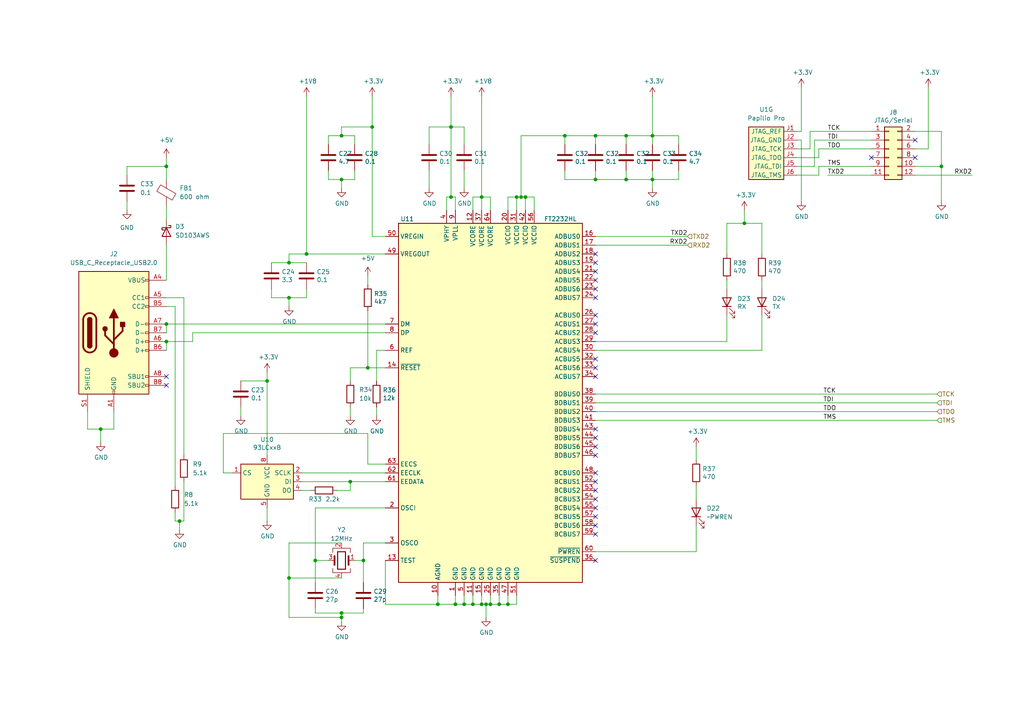
<source format=kicad_sch>
(kicad_sch (version 20230121) (generator eeschema)
  (paper "A4")
  (title_block (title "FPGA JTAG Programmer") (date "2022-06-22") (rev "V1.0") (company "Physics Department, University of Otago") (comment 1 "730 Cumberland Street, Dunedin 9016") (comment 2 "New Zealand") (comment 3 "©Phill Brown 2022") (comment 4 "New Zealand") (comment 5 "©Phill Brown 2022"))
  (lib_symbols
    (symbol "Connector:USB_C_Receptacle_USB2.0" (pin_names (offset 1.016))
      (property "Reference" "J" (at -10.16 19.05 0))
      (property "Value" "USB_C_Receptacle_USB2.0" (at 19.05 19.05 0))
      (symbol "USB_C_Receptacle_USB2.0_1_1"
        (pin passive line (at 0 -22.86 90) (length 5.08) (name "GND") (number "A1"))
        (pin passive line (at 0 -22.86 90) (length 5.08) hide (name "GND") (number "A12"))
        (pin passive line (at 15.24 15.24 180) (length 5.08) (name "VBUS") (number "A4"))
        (pin bidirectional line (at 15.24 10.16 180) (length 5.08) (name "CC1") (number "A5"))
        (pin bidirectional line (at 15.24 -2.54 180) (length 5.08) (name "D+") (number "A6"))
        (pin bidirectional line (at 15.24 2.54 180) (length 5.08) (name "D-") (number "A7"))
        (pin bidirectional line (at 15.24 -12.7 180) (length 5.08) (name "SBU1") (number "A8"))
        (pin passive line (at 15.24 15.24 180) (length 5.08) hide (name "VBUS") (number "A9"))
        (pin passive line (at 0 -22.86 90) (length 5.08) hide (name "GND") (number "B1"))
        (pin passive line (at 0 -22.86 90) (length 5.08) hide (name "GND") (number "B12"))
        (pin passive line (at 15.24 15.24 180) (length 5.08) hide (name "VBUS") (number "B4"))
        (pin bidirectional line (at 15.24 7.62 180) (length 5.08) (name "CC2") (number "B5"))
        (pin bidirectional line (at 15.24 -5.08 180) (length 5.08) (name "D+") (number "B6"))
        (pin bidirectional line (at 15.24 0 180) (length 5.08) (name "D-") (number "B7"))
        (pin bidirectional line (at 15.24 -15.24 180) (length 5.08) (name "SBU2") (number "B8"))
        (pin passive line (at 15.24 15.24 180) (length 5.08) hide (name "VBUS") (number "B9"))
        (pin passive line (at -7.62 -22.86 90) (length 5.08) (name "SHIELD") (number "S1"))
      )
    )
    (symbol "Connector_Generic:Conn_02x06_Odd_Even" (pin_names (offset 1.016) hide)
      (property "Reference" "J" (at 1.27 7.62 0))
      (property "Value" "Conn_02x06_Odd_Even" (at 1.27 -10.16 0))
      (symbol "Conn_02x06_Odd_Even_1_1"
        (pin passive line (at -5.08 5.08 0) (length 3.81) (name "Pin_1") (number "1"))
        (pin passive line (at 7.62 -5.08 180) (length 3.81) (name "Pin_10") (number "10"))
        (pin passive line (at -5.08 -7.62 0) (length 3.81) (name "Pin_11") (number "11"))
        (pin passive line (at 7.62 -7.62 180) (length 3.81) (name "Pin_12") (number "12"))
        (pin passive line (at 7.62 5.08 180) (length 3.81) (name "Pin_2") (number "2"))
        (pin passive line (at -5.08 2.54 0) (length 3.81) (name "Pin_3") (number "3"))
        (pin passive line (at 7.62 2.54 180) (length 3.81) (name "Pin_4") (number "4"))
        (pin passive line (at -5.08 0 0) (length 3.81) (name "Pin_5") (number "5"))
        (pin passive line (at 7.62 0 180) (length 3.81) (name "Pin_6") (number "6"))
        (pin passive line (at -5.08 -2.54 0) (length 3.81) (name "Pin_7") (number "7"))
        (pin passive line (at 7.62 -2.54 180) (length 3.81) (name "Pin_8") (number "8"))
        (pin passive line (at -5.08 -5.08 0) (length 3.81) (name "Pin_9") (number "9"))
      )
    )
    (symbol "Device:C" (pin_numbers hide) (pin_names (offset 0.254))
      (property "Reference" "C" (at 0.635 2.54 0))
      (property "Value" "C" (at 0.635 -2.54 0))
      (symbol "C_1_1"
        (pin passive line (at 0 3.81 270) (length 2.794) (name "~") (number "1"))
        (pin passive line (at 0 -3.81 90) (length 2.794) (name "~") (number "2"))
      )
    )
    (symbol "Device:Crystal_GND24" (pin_names (offset 1.016) hide)
      (property "Reference" "Y" (at 3.175 5.08 0))
      (property "Value" "Crystal_GND24" (at 3.175 3.175 0))
      (symbol "Crystal_GND24_1_1"
        (pin passive line (at -3.81 0 0) (length 1.27) (name "1") (number "1"))
        (pin passive line (at 0 5.08 270) (length 1.27) (name "2") (number "2"))
        (pin passive line (at 3.81 0 180) (length 1.27) (name "3") (number "3"))
        (pin passive line (at 0 -5.08 90) (length 1.27) (name "4") (number "4"))
      )
    )
    (symbol "Device:D_Schottky" (pin_numbers hide) (pin_names (offset 1.016) hide)
      (property "Reference" "D" (at 0 2.54 0))
      (property "Value" "D_Schottky" (at 0 -2.54 0))
      (symbol "D_Schottky_1_1"
        (pin passive line (at -3.81 0 0) (length 2.54) (name "K") (number "1"))
        (pin passive line (at 3.81 0 180) (length 2.54) (name "A") (number "2"))
      )
    )
    (symbol "Device:FerriteBead" (pin_numbers hide) (pin_names (offset 0))
      (property "Reference" "FB" (at -3.81 0.635 90))
      (property "Value" "FerriteBead" (at 3.81 0 90))
      (symbol "FerriteBead_1_1"
        (pin passive line (at 0 3.81 270) (length 2.54) (name "~") (number "1"))
        (pin passive line (at 0 -3.81 90) (length 2.54) (name "~") (number "2"))
      )
    )
    (symbol "Device:LED" (pin_numbers hide) (pin_names (offset 1.016) hide)
      (property "Reference" "D" (at 0 2.54 0))
      (property "Value" "LED" (at 0 -2.54 0))
      (symbol "LED_1_1"
        (pin passive line (at -3.81 0 0) (length 2.54) (name "K") (number "1"))
        (pin passive line (at 3.81 0 180) (length 2.54) (name "A") (number "2"))
      )
    )
    (symbol "Device:R" (pin_numbers hide) (pin_names (offset 0))
      (property "Reference" "R" (at 2.032 0 90))
      (property "Value" "R" (at 0 0 90))
      (symbol "R_1_1"
        (pin passive line (at 0 3.81 270) (length 1.27) (name "~") (number "1"))
        (pin passive line (at 0 -3.81 90) (length 1.27) (name "~") (number "2"))
      )
    )
    (symbol "Interface_USB:FT2232HL"
      (property "Reference" "U" (at -26.67 53.34 0))
      (property "Value" "FT2232HL" (at 19.05 53.34 0))
      (symbol "FT2232HL_1_1"
        (pin power_in line (at -10.16 -55.88 90) (length 3.81) (name "GND") (number "1"))
        (pin power_in line (at -15.24 -55.88 90) (length 3.81) (name "AGND") (number "10"))
        (pin power_in line (at -5.08 -55.88 90) (length 3.81) (name "GND") (number "11"))
        (pin power_in line (at -5.08 55.88 270) (length 3.81) (name "VCORE") (number "12"))
        (pin input line (at -30.48 -45.72 0) (length 3.81) (name "TEST") (number "13"))
        (pin input line (at -30.48 10.16 0) (length 3.81) (name "~{RESET}") (number "14"))
        (pin power_in line (at -2.54 -55.88 90) (length 3.81) (name "GND") (number "15"))
        (pin bidirectional line (at 30.48 48.26 180) (length 3.81) (name "ADBUS0") (number "16"))
        (pin bidirectional line (at 30.48 45.72 180) (length 3.81) (name "ADBUS1") (number "17"))
        (pin bidirectional line (at 30.48 43.18 180) (length 3.81) (name "ADBUS2") (number "18"))
        (pin bidirectional line (at 30.48 40.64 180) (length 3.81) (name "ADBUS3") (number "19"))
        (pin input line (at -30.48 -30.48 0) (length 3.81) (name "OSCI") (number "2"))
        (pin power_in line (at 5.08 55.88 270) (length 3.81) (name "VCCIO") (number "20"))
        (pin bidirectional line (at 30.48 38.1 180) (length 3.81) (name "ADBUS4") (number "21"))
        (pin bidirectional line (at 30.48 35.56 180) (length 3.81) (name "ADBUS5") (number "22"))
        (pin bidirectional line (at 30.48 33.02 180) (length 3.81) (name "ADBUS6") (number "23"))
        (pin bidirectional line (at 30.48 30.48 180) (length 3.81) (name "ADBUS7") (number "24"))
        (pin power_in line (at 0 -55.88 90) (length 3.81) (name "GND") (number "25"))
        (pin bidirectional line (at 30.48 25.4 180) (length 3.81) (name "ACBUS0") (number "26"))
        (pin bidirectional line (at 30.48 22.86 180) (length 3.81) (name "ACBUS1") (number "27"))
        (pin bidirectional line (at 30.48 20.32 180) (length 3.81) (name "ACBUS2") (number "28"))
        (pin bidirectional line (at 30.48 17.78 180) (length 3.81) (name "ACBUS3") (number "29"))
        (pin output line (at -30.48 -40.64 0) (length 3.81) (name "OSCO") (number "3"))
        (pin bidirectional line (at 30.48 15.24 180) (length 3.81) (name "ACBUS4") (number "30"))
        (pin power_in line (at 7.62 55.88 270) (length 3.81) (name "VCCIO") (number "31"))
        (pin bidirectional line (at 30.48 12.7 180) (length 3.81) (name "ACBUS5") (number "32"))
        (pin bidirectional line (at 30.48 10.16 180) (length 3.81) (name "ACBUS6") (number "33"))
        (pin bidirectional line (at 30.48 7.62 180) (length 3.81) (name "ACBUS7") (number "34"))
        (pin power_in line (at 2.54 -55.88 90) (length 3.81) (name "GND") (number "35"))
        (pin output line (at 30.48 -45.72 180) (length 3.81) (name "~{SUSPEND}") (number "36"))
        (pin power_in line (at -2.54 55.88 270) (length 3.81) (name "VCORE") (number "37"))
        (pin bidirectional line (at 30.48 2.54 180) (length 3.81) (name "BDBUS0") (number "38"))
        (pin bidirectional line (at 30.48 0 180) (length 3.81) (name "BDBUS1") (number "39"))
        (pin power_in line (at -12.7 55.88 270) (length 3.81) (name "VPHY") (number "4"))
        (pin bidirectional line (at 30.48 -2.54 180) (length 3.81) (name "BDBUS2") (number "40"))
        (pin bidirectional line (at 30.48 -5.08 180) (length 3.81) (name "BDBUS3") (number "41"))
        (pin power_in line (at 10.16 55.88 270) (length 3.81) (name "VCCIO") (number "42"))
        (pin bidirectional line (at 30.48 -7.62 180) (length 3.81) (name "BDBUS4") (number "43"))
        (pin bidirectional line (at 30.48 -10.16 180) (length 3.81) (name "BDBUS5") (number "44"))
        (pin bidirectional line (at 30.48 -12.7 180) (length 3.81) (name "BDBUS6") (number "45"))
        (pin bidirectional line (at 30.48 -15.24 180) (length 3.81) (name "BDBUS7") (number "46"))
        (pin power_in line (at 5.08 -55.88 90) (length 3.81) (name "GND") (number "47"))
        (pin bidirectional line (at 30.48 -20.32 180) (length 3.81) (name "BCBUS0") (number "48"))
        (pin power_out line (at -30.48 43.18 0) (length 3.81) (name "VREGOUT") (number "49"))
        (pin power_in line (at -7.62 -55.88 90) (length 3.81) (name "GND") (number "5"))
        (pin power_in line (at -30.48 48.26 0) (length 3.81) (name "VREGIN") (number "50"))
        (pin power_in line (at 7.62 -55.88 90) (length 3.81) (name "GND") (number "51"))
        (pin bidirectional line (at 30.48 -22.86 180) (length 3.81) (name "BCBUS1") (number "52"))
        (pin bidirectional line (at 30.48 -25.4 180) (length 3.81) (name "BCBUS2") (number "53"))
        (pin bidirectional line (at 30.48 -27.94 180) (length 3.81) (name "BCBUS3") (number "54"))
        (pin bidirectional line (at 30.48 -30.48 180) (length 3.81) (name "BCBUS4") (number "55"))
        (pin power_in line (at 12.7 55.88 270) (length 3.81) (name "VCCIO") (number "56"))
        (pin bidirectional line (at 30.48 -33.02 180) (length 3.81) (name "BCBUS5") (number "57"))
        (pin bidirectional line (at 30.48 -35.56 180) (length 3.81) (name "BCBUS6") (number "58"))
        (pin bidirectional line (at 30.48 -38.1 180) (length 3.81) (name "BCBUS7") (number "59"))
        (pin output line (at -30.48 15.24 0) (length 3.81) (name "REF") (number "6"))
        (pin output line (at 30.48 -43.18 180) (length 3.81) (name "~{PWREN}") (number "60"))
        (pin bidirectional line (at -30.48 -22.86 0) (length 3.81) (name "EEDATA") (number "61"))
        (pin output line (at -30.48 -20.32 0) (length 3.81) (name "EECLK") (number "62"))
        (pin output line (at -30.48 -17.78 0) (length 3.81) (name "EECS") (number "63"))
        (pin power_in line (at 0 55.88 270) (length 3.81) (name "VCORE") (number "64"))
        (pin bidirectional line (at -30.48 22.86 0) (length 3.81) (name "DM") (number "7"))
        (pin bidirectional line (at -30.48 20.32 0) (length 3.81) (name "DP") (number "8"))
        (pin input line (at -10.16 55.88 270) (length 3.81) (name "VPLL") (number "9"))
      )
    )
    (symbol "Memory_EEPROM:93LCxxB"
      (property "Reference" "U" (at -7.62 6.35 0))
      (property "Value" "93LCxxB" (at 2.54 -6.35 0))
      (symbol "93LCxxB_1_1"
        (pin input line (at -10.16 2.54 0) (length 2.54) (name "CS") (number "1"))
        (pin input line (at 10.16 2.54 180) (length 2.54) (name "SCLK") (number "2"))
        (pin input line (at 10.16 0 180) (length 2.54) (name "DI") (number "3"))
        (pin tri_state line (at 10.16 -2.54 180) (length 2.54) (name "DO") (number "4"))
        (pin power_in line (at 0 -7.62 90) (length 2.54) (name "GND") (number "5"))
        (pin no_connect line (at -7.62 0 0) (length 2.54) hide (name "NC") (number "6"))
        (pin no_connect line (at -7.62 -2.54 0) (length 2.54) hide (name "NC") (number "7"))
        (pin power_in line (at 0 7.62 270) (length 2.54) (name "VCC") (number "8"))
      )
    )
    (symbol "Papilio_Pro:Papilio_Pro" (in_bom no)
      (property "Reference" "U" (at -1.27 21.59 0))
      (property "Value" "Papilio Pro" (at -1.27 -21.59 0))
      (symbol "Papilio_Pro_1_1"
        (pin passive line (at 5.08 3.81 180) (length 3.81) (name "GND") (number "1"))
        (pin passive line (at 5.08 1.27 180) (length 3.81) (name "2V5") (number "2"))
        (pin passive line (at 5.08 -1.27 180) (length 3.81) (name "3V3") (number "3"))
        (pin passive line (at 5.08 -3.81 180) (length 3.81) (name "Vin") (number "4"))
      )
      (symbol "Papilio_Pro_2_1"
        (pin passive line (at 5.08 3.81 180) (length 3.81) (name "GND") (number "11"))
        (pin passive line (at 5.08 1.27 180) (length 3.81) (name "2V5") (number "12"))
        (pin passive line (at 5.08 -1.27 180) (length 3.81) (name "3V3") (number "13"))
        (pin passive line (at 5.08 -3.81 180) (length 3.81) (name "Vin") (number "14"))
      )
      (symbol "Papilio_Pro_3_1"
        (pin passive line (at 5.08 3.81 180) (length 3.81) (name "GND") (number "21"))
        (pin passive line (at 5.08 1.27 180) (length 3.81) (name "2V5") (number "22"))
        (pin passive line (at 5.08 -1.27 180) (length 3.81) (name "3V3") (number "23"))
        (pin passive line (at 5.08 -3.81 180) (length 3.81) (name "Vin") (number "24"))
      )
      (symbol "Papilio_Pro_4_1"
        (pin passive line (at 5.08 3.81 180) (length 3.81) (name "GND") (number "31"))
        (pin passive line (at 5.08 1.27 180) (length 3.81) (name "2V5") (number "32"))
        (pin passive line (at 5.08 -1.27 180) (length 3.81) (name "3V3") (number "33"))
        (pin passive line (at 5.08 -3.81 180) (length 3.81) (name "Vin") (number "34"))
      )
      (symbol "Papilio_Pro_5_1"
        (pin passive line (at 5.08 3.81 180) (length 3.81) (name "GND") (number "41"))
        (pin passive line (at 5.08 1.27 180) (length 3.81) (name "2V5") (number "42"))
        (pin passive line (at 5.08 -1.27 180) (length 3.81) (name "3V3") (number "43"))
        (pin passive line (at 5.08 -3.81 180) (length 3.81) (name "Vin") (number "44"))
      )
      (symbol "Papilio_Pro_6_1"
        (pin passive line (at 5.08 3.81 180) (length 3.81) (name "GND") (number "51"))
        (pin passive line (at 5.08 1.27 180) (length 3.81) (name "2V5") (number "52"))
        (pin passive line (at 5.08 -1.27 180) (length 3.81) (name "3V3") (number "53"))
        (pin passive line (at 5.08 -3.81 180) (length 3.81) (name "Vin") (number "54"))
      )
      (symbol "Papilio_Pro_7_1"
        (pin passive line (at 5.08 6.35 180) (length 3.81) (name "JTAG_REF") (number "J1"))
        (pin passive line (at 5.08 3.81 180) (length 3.81) (name "JTAG_GND") (number "J2"))
        (pin passive line (at 5.08 1.27 180) (length 3.81) (name "JTAG_TCK") (number "J3"))
        (pin passive line (at 5.08 -1.27 180) (length 3.81) (name "JTAG_TDO") (number "J4"))
        (pin passive line (at 5.08 -3.81 180) (length 3.81) (name "JTAG_TDI") (number "J5"))
        (pin passive line (at 5.08 -6.35 180) (length 3.81) (name "JTAG_TMS") (number "J6"))
      )
      (symbol "Papilio_Pro_8_1"
        (pin bidirectional line (at 5.08 19.05 180) (length 3.81) (name "A0") (number "A0"))
        (pin bidirectional line (at 5.08 16.51 180) (length 3.81) (name "A1") (number "A1"))
        (pin bidirectional line (at 5.08 -6.35 180) (length 3.81) (name "A10") (number "A10"))
        (pin bidirectional line (at 5.08 -8.89 180) (length 3.81) (name "A11") (number "A11"))
        (pin bidirectional line (at 5.08 -11.43 180) (length 3.81) (name "A12") (number "A12"))
        (pin bidirectional line (at 5.08 -13.97 180) (length 3.81) (name "A13") (number "A13"))
        (pin bidirectional line (at 5.08 -16.51 180) (length 3.81) (name "A14") (number "A14"))
        (pin bidirectional line (at 5.08 -19.05 180) (length 3.81) (name "A15") (number "A15"))
        (pin bidirectional line (at 5.08 13.97 180) (length 3.81) (name "A2") (number "A2"))
        (pin bidirectional line (at 5.08 11.43 180) (length 3.81) (name "A3") (number "A3"))
        (pin bidirectional line (at 5.08 8.89 180) (length 3.81) (name "A4") (number "A4"))
        (pin bidirectional line (at 5.08 6.35 180) (length 3.81) (name "A5") (number "A5"))
        (pin bidirectional line (at 5.08 3.81 180) (length 3.81) (name "A6") (number "A6"))
        (pin bidirectional line (at 5.08 1.27 180) (length 3.81) (name "A7") (number "A7"))
        (pin bidirectional line (at 5.08 -1.27 180) (length 3.81) (name "A8") (number "A8"))
        (pin bidirectional line (at 5.08 -3.81 180) (length 3.81) (name "A9") (number "A9"))
      )
      (symbol "Papilio_Pro_9_1"
        (pin bidirectional line (at 5.08 19.05 180) (length 3.81) (name "B0") (number "B0"))
        (pin bidirectional line (at 5.08 16.51 180) (length 3.81) (name "B1") (number "B1"))
        (pin bidirectional line (at 5.08 -6.35 180) (length 3.81) (name "B10") (number "B10"))
        (pin bidirectional line (at 5.08 -8.89 180) (length 3.81) (name "B11") (number "B11"))
        (pin bidirectional line (at 5.08 -11.43 180) (length 3.81) (name "B12") (number "B12"))
        (pin bidirectional line (at 5.08 -13.97 180) (length 3.81) (name "B13") (number "B13"))
        (pin bidirectional line (at 5.08 -16.51 180) (length 3.81) (name "B14") (number "B14"))
        (pin bidirectional line (at 5.08 -19.05 180) (length 3.81) (name "B15") (number "B15"))
        (pin bidirectional line (at 5.08 13.97 180) (length 3.81) (name "B2") (number "B2"))
        (pin bidirectional line (at 5.08 11.43 180) (length 3.81) (name "B3") (number "B3"))
        (pin bidirectional line (at 5.08 8.89 180) (length 3.81) (name "B4") (number "B4"))
        (pin bidirectional line (at 5.08 6.35 180) (length 3.81) (name "B5") (number "B5"))
        (pin bidirectional line (at 5.08 3.81 180) (length 3.81) (name "B6") (number "B6"))
        (pin bidirectional line (at 5.08 1.27 180) (length 3.81) (name "B7") (number "B7"))
        (pin bidirectional line (at 5.08 -1.27 180) (length 3.81) (name "B8") (number "B8"))
        (pin bidirectional line (at 5.08 -3.81 180) (length 3.81) (name "B9") (number "B9"))
      )
      (symbol "Papilio_Pro_10_1"
        (pin bidirectional line (at 5.08 19.05 180) (length 3.81) (name "C0") (number "C0"))
        (pin bidirectional line (at 5.08 16.51 180) (length 3.81) (name "C1") (number "C1"))
        (pin bidirectional line (at 5.08 -6.35 180) (length 3.81) (name "C10") (number "C10"))
        (pin bidirectional line (at 5.08 -8.89 180) (length 3.81) (name "C11") (number "C11"))
        (pin bidirectional line (at 5.08 -11.43 180) (length 3.81) (name "C12") (number "C12"))
        (pin bidirectional line (at 5.08 -13.97 180) (length 3.81) (name "C13") (number "C13"))
        (pin bidirectional line (at 5.08 -16.51 180) (length 3.81) (name "C14") (number "C14"))
        (pin bidirectional line (at 5.08 -19.05 180) (length 3.81) (name "C15") (number "C15"))
        (pin bidirectional line (at 5.08 13.97 180) (length 3.81) (name "C2") (number "C2"))
        (pin bidirectional line (at 5.08 11.43 180) (length 3.81) (name "C3") (number "C3"))
        (pin bidirectional line (at 5.08 8.89 180) (length 3.81) (name "C4") (number "C4"))
        (pin bidirectional line (at 5.08 6.35 180) (length 3.81) (name "C5") (number "C5"))
        (pin bidirectional line (at 5.08 3.81 180) (length 3.81) (name "C6") (number "C6"))
        (pin bidirectional line (at 5.08 1.27 180) (length 3.81) (name "C7") (number "C7"))
        (pin bidirectional line (at 5.08 -1.27 180) (length 3.81) (name "C8") (number "C8"))
        (pin bidirectional line (at 5.08 -3.81 180) (length 3.81) (name "C9") (number "C9"))
      )
    )
    (symbol "power:+1V8" (power) (pin_names (offset 0))
      (property "Value" "+1V8" (at 0 3.556 0))
      (symbol "+1V8_1_1"
        (pin power_in line (at 0 0 90) (length 0) hide (name "+1V8") (number "1"))
      )
    )
    (symbol "power:+3.3V" (power) (pin_names (offset 0))
      (property "Value" "+3.3V" (at 0 3.556 0))
      (symbol "+3.3V_1_1"
        (pin power_in line (at 0 0 90) (length 0) hide (name "+3.3V") (number "1"))
      )
    )
    (symbol "power:+5V" (power) (pin_names (offset 0))
      (property "Value" "+5V" (at 0 3.556 0))
      (symbol "+5V_1_1"
        (pin power_in line (at 0 0 90) (length 0) hide (name "+5V") (number "1"))
      )
    )
    (symbol "power:GND" (power) (pin_names (offset 0))
      (property "Value" "GND" (at 0 -3.81 0))
      (symbol "GND_1_1"
        (pin power_in line (at 0 0 270) (length 0) hide (name "GND") (number "1"))
      )
    )
  )
  (junction (at 127 175.26))
  (junction (at 134.62 175.26))
  (junction (at 105.41 162.56))
  (junction (at 107.95 36.83))
  (junction (at 132.08 175.26))
  (junction (at 99.06 179.07))
  (junction (at 144.78 175.26))
  (junction (at 147.32 175.26))
  (junction (at 189.23 39.37))
  (junction (at 215.9 64.77))
  (junction (at 149.86 57.15))
  (junction (at 139.7 175.26))
  (junction (at 172.72 39.37))
  (junction (at 189.23 52.07))
  (junction (at 139.7 57.15))
  (junction (at 130.81 57.15))
  (junction (at 48.26 48.26))
  (junction (at 130.81 36.83))
  (junction (at 181.61 39.37))
  (junction (at 152.4 57.15))
  (junction (at 137.16 175.26))
  (junction (at 99.06 39.37))
  (junction (at 140.97 175.26))
  (junction (at 29.21 124.46))
  (junction (at 83.82 76.2))
  (junction (at 52.07 151.13))
  (junction (at 99.06 52.07))
  (junction (at 151.13 57.15))
  (junction (at 273.05 48.26))
  (junction (at 83.82 86.36))
  (junction (at 101.6 139.7))
  (junction (at 142.24 175.26))
  (junction (at 77.47 110.49))
  (junction (at 48.26 93.98))
  (junction (at 99.06 177.8))
  (junction (at 88.9 73.66))
  (junction (at 172.72 52.07))
  (junction (at 83.82 167.64))
  (junction (at 163.83 39.37))
  (junction (at 48.26 99.06))
  (junction (at 106.68 106.68))
  (junction (at 181.61 52.07))
  (junction (at 91.44 162.56))
  (no_connect (at 172.72 106.68))
  (no_connect (at 172.72 96.52))
  (no_connect (at 172.72 93.98))
  (no_connect (at 265.43 40.64))
  (no_connect (at 172.72 81.28))
  (no_connect (at 172.72 144.78))
  (no_connect (at 172.72 109.22))
  (no_connect (at 172.72 162.56))
  (no_connect (at 172.72 73.66))
  (no_connect (at 172.72 104.14))
  (no_connect (at 172.72 127))
  (no_connect (at 48.26 111.76))
  (no_connect (at 172.72 76.2))
  (no_connect (at 172.72 129.54))
  (no_connect (at 265.43 45.72))
  (no_connect (at 48.26 109.22))
  (no_connect (at 172.72 137.16))
  (no_connect (at 252.73 45.72))
  (no_connect (at 172.72 152.4))
  (no_connect (at 172.72 132.08))
  (no_connect (at 172.72 149.86))
  (no_connect (at 172.72 78.74))
  (no_connect (at 172.72 147.32))
  (no_connect (at 172.72 91.44))
  (no_connect (at 172.72 124.46))
  (no_connect (at 172.72 154.94))
  (no_connect (at 172.72 86.36))
  (no_connect (at 172.72 142.24))
  (no_connect (at 172.72 139.7))
  (no_connect (at 172.72 83.82))
  (wire (pts (xy 231.14 45.72) (xy 237.49 45.72)))
  (wire (pts (xy 172.72 116.84) (xy 271.78 116.84)))
  (wire (pts (xy 77.47 147.32) (xy 77.47 151.13)))
  (wire (pts (xy 77.47 110.49) (xy 69.85 110.49)))
  (wire (pts (xy 50.8 88.9) (xy 48.26 88.9)))
  (wire (pts (xy 83.82 88.9) (xy 83.82 86.36)))
  (wire (pts (xy 29.21 124.46) (xy 29.21 128.27)))
  (wire (pts (xy 265.43 38.1) (xy 273.05 38.1)))
  (wire (pts (xy 234.95 43.18) (xy 234.95 38.1)))
  (wire (pts (xy 107.95 36.83) (xy 99.06 36.83)))
  (wire (pts (xy 220.98 101.6) (xy 220.98 91.44)))
  (wire (pts (xy 48.26 45.72) (xy 48.26 48.26)))
  (wire (pts (xy 25.4 119.38) (xy 25.4 124.46)))
  (wire (pts (xy 134.62 175.26) (xy 137.16 175.26)))
  (wire (pts (xy 154.94 57.15) (xy 154.94 60.96)))
  (wire (pts (xy 220.98 81.28) (xy 220.98 83.82)))
  (wire (pts (xy 88.9 86.36) (xy 88.9 83.82)))
  (wire (pts (xy 215.9 64.77) (xy 210.82 64.77)))
  (wire (pts (xy 83.82 76.2) (xy 88.9 76.2)))
  (wire (pts (xy 152.4 60.96) (xy 152.4 57.15)))
  (wire (pts (xy 105.41 168.91) (xy 105.41 162.56)))
  (wire (pts (xy 106.68 125.73) (xy 64.77 125.73)))
  (wire (pts (xy 106.68 82.55) (xy 106.68 80.01)))
  (wire (pts (xy 201.93 160.02) (xy 172.72 160.02)))
  (wire (pts (xy 88.9 73.66) (xy 83.82 73.66)))
  (wire (pts (xy 48.26 93.98) (xy 111.76 93.98)))
  (wire (pts (xy 36.83 48.26) (xy 48.26 48.26)))
  (wire (pts (xy 99.06 39.37) (xy 95.25 39.37)))
  (wire (pts (xy 172.72 114.3) (xy 271.78 114.3)))
  (wire (pts (xy 237.49 45.72) (xy 237.49 43.18)))
  (wire (pts (xy 273.05 38.1) (xy 273.05 48.26)))
  (wire (pts (xy 196.85 52.07) (xy 196.85 49.53)))
  (wire (pts (xy 127 175.26) (xy 132.08 175.26)))
  (wire (pts (xy 127 175.26) (xy 127 172.72)))
  (wire (pts (xy 109.22 101.6) (xy 109.22 110.49)))
  (wire (pts (xy 149.86 57.15) (xy 151.13 57.15)))
  (wire (pts (xy 189.23 27.94) (xy 189.23 39.37)))
  (wire (pts (xy 139.7 172.72) (xy 139.7 175.26)))
  (wire (pts (xy 130.81 36.83) (xy 130.81 27.94)))
  (wire (pts (xy 252.73 50.8) (xy 240.03 50.8)))
  (wire (pts (xy 50.8 148.59) (xy 50.8 151.13)))
  (wire (pts (xy 91.44 177.8) (xy 91.44 176.53)))
  (wire (pts (xy 137.16 57.15) (xy 137.16 60.96)))
  (wire (pts (xy 265.43 43.18) (xy 269.24 43.18)))
  (wire (pts (xy 189.23 39.37) (xy 189.23 41.91)))
  (wire (pts (xy 237.49 50.8) (xy 237.49 48.26)))
  (wire (pts (xy 139.7 57.15) (xy 139.7 60.96)))
  (wire (pts (xy 201.93 152.4) (xy 201.93 160.02)))
  (wire (pts (xy 215.9 60.96) (xy 215.9 64.77)))
  (wire (pts (xy 109.22 120.65) (xy 109.22 118.11)))
  (wire (pts (xy 189.23 49.53) (xy 189.23 52.07)))
  (wire (pts (xy 172.72 101.6) (xy 220.98 101.6)))
  (wire (pts (xy 53.34 132.08) (xy 53.34 86.36)))
  (wire (pts (xy 48.26 59.69) (xy 48.26 63.5)))
  (wire (pts (xy 99.06 157.48) (xy 83.82 157.48)))
  (wire (pts (xy 99.06 52.07) (xy 99.06 54.61)))
  (wire (pts (xy 129.54 57.15) (xy 130.81 57.15)))
  (wire (pts (xy 53.34 86.36) (xy 48.26 86.36)))
  (wire (pts (xy 50.8 151.13) (xy 52.07 151.13)))
  (wire (pts (xy 83.82 86.36) (xy 88.9 86.36)))
  (wire (pts (xy 231.14 43.18) (xy 234.95 43.18)))
  (wire (pts (xy 237.49 48.26) (xy 252.73 48.26)))
  (wire (pts (xy 53.34 151.13) (xy 53.34 139.7)))
  (wire (pts (xy 236.22 48.26) (xy 236.22 40.64)))
  (wire (pts (xy 48.26 99.06) (xy 55.88 99.06)))
  (wire (pts (xy 147.32 175.26) (xy 149.86 175.26)))
  (wire (pts (xy 48.26 71.12) (xy 48.26 81.28)))
  (wire (pts (xy 201.93 140.97) (xy 201.93 144.78)))
  (wire (pts (xy 83.82 167.64) (xy 99.06 167.64)))
  (wire (pts (xy 105.41 176.53) (xy 105.41 177.8)))
  (wire (pts (xy 181.61 49.53) (xy 181.61 52.07)))
  (wire (pts (xy 101.6 118.11) (xy 101.6 120.65)))
  (wire (pts (xy 99.06 177.8) (xy 91.44 177.8)))
  (wire (pts (xy 111.76 137.16) (xy 87.63 137.16)))
  (wire (pts (xy 196.85 39.37) (xy 196.85 41.91)))
  (wire (pts (xy 102.87 39.37) (xy 99.06 39.37)))
  (wire (pts (xy 172.72 99.06) (xy 210.82 99.06)))
  (wire (pts (xy 99.06 36.83) (xy 99.06 39.37)))
  (wire (pts (xy 77.47 110.49) (xy 77.47 107.95)))
  (wire (pts (xy 234.95 38.1) (xy 252.73 38.1)))
  (wire (pts (xy 50.8 140.97) (xy 50.8 88.9)))
  (wire (pts (xy 172.72 39.37) (xy 172.72 41.91)))
  (wire (pts (xy 107.95 36.83) (xy 107.95 27.94)))
  (wire (pts (xy 111.76 106.68) (xy 106.68 106.68)))
  (wire (pts (xy 163.83 49.53) (xy 163.83 52.07)))
  (wire (pts (xy 102.87 41.91) (xy 102.87 39.37)))
  (wire (pts (xy 139.7 57.15) (xy 142.24 57.15)))
  (wire (pts (xy 87.63 142.24) (xy 90.17 142.24)))
  (wire (pts (xy 172.72 71.12) (xy 199.39 71.12)))
  (wire (pts (xy 91.44 162.56) (xy 91.44 168.91)))
  (wire (pts (xy 142.24 57.15) (xy 142.24 60.96)))
  (wire (pts (xy 172.72 52.07) (xy 181.61 52.07)))
  (wire (pts (xy 149.86 175.26) (xy 149.86 172.72)))
  (wire (pts (xy 36.83 50.8) (xy 36.83 48.26)))
  (wire (pts (xy 91.44 147.32) (xy 91.44 162.56)))
  (wire (pts (xy 144.78 172.72) (xy 144.78 175.26)))
  (wire (pts (xy 172.72 68.58) (xy 199.39 68.58)))
  (wire (pts (xy 102.87 52.07) (xy 99.06 52.07)))
  (wire (pts (xy 151.13 57.15) (xy 152.4 57.15)))
  (wire (pts (xy 105.41 157.48) (xy 105.41 162.56)))
  (wire (pts (xy 142.24 175.26) (xy 144.78 175.26)))
  (wire (pts (xy 48.26 48.26) (xy 48.26 52.07)))
  (wire (pts (xy 111.76 162.56) (xy 111.76 175.26)))
  (wire (pts (xy 139.7 57.15) (xy 137.16 57.15)))
  (wire (pts (xy 137.16 175.26) (xy 139.7 175.26)))
  (wire (pts (xy 48.26 93.98) (xy 48.26 96.52)))
  (wire (pts (xy 99.06 180.34) (xy 99.06 179.07)))
  (wire (pts (xy 210.82 99.06) (xy 210.82 91.44)))
  (wire (pts (xy 95.25 39.37) (xy 95.25 41.91)))
  (wire (pts (xy 130.81 36.83) (xy 124.46 36.83)))
  (wire (pts (xy 172.72 49.53) (xy 172.72 52.07)))
  (wire (pts (xy 36.83 58.42) (xy 36.83 60.96)))
  (wire (pts (xy 111.76 68.58) (xy 107.95 68.58)))
  (wire (pts (xy 231.14 38.1) (xy 232.41 38.1)))
  (wire (pts (xy 163.83 39.37) (xy 163.83 41.91)))
  (wire (pts (xy 124.46 36.83) (xy 124.46 41.91)))
  (wire (pts (xy 83.82 73.66) (xy 83.82 76.2)))
  (wire (pts (xy 181.61 39.37) (xy 172.72 39.37)))
  (wire (pts (xy 52.07 151.13) (xy 52.07 153.67)))
  (wire (pts (xy 210.82 64.77) (xy 210.82 73.66)))
  (wire (pts (xy 69.85 120.65) (xy 69.85 118.11)))
  (wire (pts (xy 134.62 172.72) (xy 134.62 175.26)))
  (wire (pts (xy 97.79 142.24) (xy 101.6 142.24)))
  (wire (pts (xy 265.43 50.8) (xy 281.94 50.8)))
  (wire (pts (xy 95.25 162.56) (xy 91.44 162.56)))
  (wire (pts (xy 140.97 175.26) (xy 140.97 179.07)))
  (wire (pts (xy 55.88 96.52) (xy 111.76 96.52)))
  (wire (pts (xy 231.14 40.64) (xy 232.41 40.64)))
  (wire (pts (xy 33.02 124.46) (xy 33.02 119.38)))
  (wire (pts (xy 139.7 175.26) (xy 140.97 175.26)))
  (wire (pts (xy 134.62 54.61) (xy 134.62 49.53)))
  (wire (pts (xy 172.72 121.92) (xy 271.78 121.92)))
  (wire (pts (xy 78.74 86.36) (xy 83.82 86.36)))
  (wire (pts (xy 111.76 147.32) (xy 91.44 147.32)))
  (wire (pts (xy 106.68 106.68) (xy 106.68 90.17)))
  (wire (pts (xy 273.05 48.26) (xy 273.05 58.42)))
  (wire (pts (xy 129.54 60.96) (xy 129.54 57.15)))
  (wire (pts (xy 111.76 134.62) (xy 106.68 134.62)))
  (wire (pts (xy 220.98 64.77) (xy 215.9 64.77)))
  (wire (pts (xy 106.68 134.62) (xy 106.68 125.73)))
  (wire (pts (xy 189.23 52.07) (xy 196.85 52.07)))
  (wire (pts (xy 25.4 124.46) (xy 29.21 124.46)))
  (wire (pts (xy 139.7 27.94) (xy 139.7 57.15)))
  (wire (pts (xy 101.6 106.68) (xy 106.68 106.68)))
  (wire (pts (xy 132.08 57.15) (xy 132.08 60.96)))
  (wire (pts (xy 210.82 81.28) (xy 210.82 83.82)))
  (wire (pts (xy 130.81 57.15) (xy 132.08 57.15)))
  (wire (pts (xy 137.16 172.72) (xy 137.16 175.26)))
  (wire (pts (xy 111.76 139.7) (xy 101.6 139.7)))
  (wire (pts (xy 144.78 175.26) (xy 147.32 175.26)))
  (wire (pts (xy 231.14 50.8) (xy 237.49 50.8)))
  (wire (pts (xy 189.23 39.37) (xy 196.85 39.37)))
  (wire (pts (xy 78.74 76.2) (xy 83.82 76.2)))
  (wire (pts (xy 265.43 48.26) (xy 273.05 48.26)))
  (wire (pts (xy 105.41 162.56) (xy 102.87 162.56)))
  (wire (pts (xy 88.9 73.66) (xy 88.9 27.94)))
  (wire (pts (xy 102.87 49.53) (xy 102.87 52.07)))
  (wire (pts (xy 132.08 175.26) (xy 134.62 175.26)))
  (wire (pts (xy 99.06 179.07) (xy 99.06 177.8)))
  (wire (pts (xy 172.72 39.37) (xy 163.83 39.37)))
  (wire (pts (xy 77.47 132.08) (xy 77.47 110.49)))
  (wire (pts (xy 172.72 119.38) (xy 271.78 119.38)))
  (wire (pts (xy 101.6 139.7) (xy 87.63 139.7)))
  (wire (pts (xy 189.23 52.07) (xy 189.23 54.61)))
  (wire (pts (xy 163.83 39.37) (xy 151.13 39.37)))
  (wire (pts (xy 151.13 39.37) (xy 151.13 57.15)))
  (wire (pts (xy 134.62 41.91) (xy 134.62 36.83)))
  (wire (pts (xy 181.61 39.37) (xy 181.61 41.91)))
  (wire (pts (xy 220.98 73.66) (xy 220.98 64.77)))
  (wire (pts (xy 111.76 101.6) (xy 109.22 101.6)))
  (wire (pts (xy 29.21 124.46) (xy 33.02 124.46)))
  (wire (pts (xy 83.82 157.48) (xy 83.82 167.64)))
  (wire (pts (xy 134.62 36.83) (xy 130.81 36.83)))
  (wire (pts (xy 189.23 39.37) (xy 181.61 39.37)))
  (wire (pts (xy 99.06 52.07) (xy 95.25 52.07)))
  (wire (pts (xy 231.14 48.26) (xy 236.22 48.26)))
  (wire (pts (xy 149.86 60.96) (xy 149.86 57.15)))
  (wire (pts (xy 107.95 68.58) (xy 107.95 36.83)))
  (wire (pts (xy 111.76 175.26) (xy 127 175.26)))
  (wire (pts (xy 201.93 129.54) (xy 201.93 133.35)))
  (wire (pts (xy 78.74 83.82) (xy 78.74 86.36)))
  (wire (pts (xy 163.83 52.07) (xy 172.72 52.07)))
  (wire (pts (xy 181.61 52.07) (xy 189.23 52.07)))
  (wire (pts (xy 64.77 137.16) (xy 67.31 137.16)))
  (wire (pts (xy 101.6 142.24) (xy 101.6 139.7)))
  (wire (pts (xy 48.26 99.06) (xy 48.26 101.6)))
  (wire (pts (xy 269.24 43.18) (xy 269.24 25.4)))
  (wire (pts (xy 236.22 40.64) (xy 252.73 40.64)))
  (wire (pts (xy 140.97 175.26) (xy 142.24 175.26)))
  (wire (pts (xy 55.88 99.06) (xy 55.88 96.52)))
  (wire (pts (xy 147.32 57.15) (xy 147.32 60.96)))
  (wire (pts (xy 147.32 172.72) (xy 147.32 175.26)))
  (wire (pts (xy 252.73 43.18) (xy 237.49 43.18)))
  (wire (pts (xy 111.76 73.66) (xy 88.9 73.66)))
  (wire (pts (xy 232.41 25.4) (xy 232.41 38.1)))
  (wire (pts (xy 95.25 52.07) (xy 95.25 49.53)))
  (wire (pts (xy 83.82 179.07) (xy 99.06 179.07)))
  (wire (pts (xy 232.41 40.64) (xy 232.41 58.42)))
  (wire (pts (xy 142.24 172.72) (xy 142.24 175.26)))
  (wire (pts (xy 132.08 172.72) (xy 132.08 175.26)))
  (wire (pts (xy 105.41 177.8) (xy 99.06 177.8)))
  (wire (pts (xy 83.82 167.64) (xy 83.82 179.07)))
  (wire (pts (xy 64.77 125.73) (xy 64.77 137.16)))
  (wire (pts (xy 152.4 57.15) (xy 154.94 57.15)))
  (wire (pts (xy 52.07 151.13) (xy 53.34 151.13)))
  (wire (pts (xy 130.81 57.15) (xy 130.81 36.83)))
  (wire (pts (xy 101.6 110.49) (xy 101.6 106.68)))
  (wire (pts (xy 124.46 49.53) (xy 124.46 54.61)))
  (wire (pts (xy 149.86 57.15) (xy 147.32 57.15)))
  (wire (pts (xy 111.76 157.48) (xy 105.41 157.48)))
  (label "TDI" (at 240.03 40.64 0))
  (label "TMS" (at 238.76 121.92 0))
  (label "TXD2" (at 240.03 50.8 0))
  (label "TDI" (at 238.76 116.84 0))
  (label "TMS" (at 240.03 48.26 0))
  (label "RXD2" (at 281.94 50.8 180))
  (label "TDO" (at 240.03 43.18 0))
  (label "TDO" (at 238.76 119.38 0))
  (label "TXD2" (at 199.39 68.58 180))
  (label "RXD2" (at 199.39 71.12 180))
  (label "TCK" (at 238.76 114.3 0))
  (label "TCK" (at 240.03 38.1 0))
  (hierarchical_label "TCK" (shape input) (at 271.78 114.3 0))
  (hierarchical_label "TXD2" (shape input) (at 199.39 68.58 0))
  (hierarchical_label "TMS" (shape input) (at 271.78 121.92 0))
  (hierarchical_label "TDI" (shape input) (at 271.78 116.84 0))
  (hierarchical_label "TDO" (shape input) (at 271.78 119.38 0))
  (hierarchical_label "RXD2" (shape input) (at 199.39 71.12 0))
  (symbol (lib_id "Connector_Generic:Conn_02x06_Odd_Even") (at 257.81 43.18 0) (unit 1)
    (property "Reference" "J8" (at 259.08 32.5882 0))
    (property "Value" "JTAG/Serial" (at 259.08 34.8996 0))
    (property "Footprint" "Connector_PinHeader_2.54mm:PinHeader_2x06_P2.54mm_Vertical" (effects hide))
  )
  (symbol (lib_id "power:GND") (at 273.05 58.42 0) (unit 1)
    (property "Reference" "#PWR0114" (effects hide))
    (property "Value" "GND" (at 273.177 62.8142 0))
  )
  (symbol (lib_id "Interface_USB:FT2232HL") (at 142.24 116.84 0) (unit 1)
    (property "Reference" "U11" (at 118.11 63.5 0))
    (property "Value" "FT2232HL" (at 162.56 63.5 0))
    (property "Footprint" "Package_QFP:LQFP-64_10x10mm_P0.5mm" (effects hide))
    (property "Datasheet" "https://www.ftdichip.com/Support/Documents/DataSheets/ICs/DS_FT2232H.pdf" (effects hide))
  )
  (symbol (lib_id "Device:C") (at 196.85 45.72 0) (unit 1)
    (property "Reference" "C34" (at 199.771 44.5516 0) (effects (justify left)))
    (property "Value" "4.7" (at 199.771 46.863 0) (effects (justify left)))
    (property "Footprint" "Capacitor_SMD:C_0805_2012Metric" (effects hide))
  )
  (symbol (lib_id "Device:C") (at 189.23 45.72 0) (unit 1)
    (property "Reference" "C33" (at 192.151 44.5516 0) (effects (justify left)))
    (property "Value" "0.1" (at 192.151 46.863 0) (effects (justify left)))
    (property "Footprint" "Capacitor_SMD:C_0402_1005Metric" (effects hide))
  )
  (symbol (lib_id "Device:C") (at 181.61 45.72 0) (unit 1)
    (property "Reference" "C32" (at 184.531 44.5516 0) (effects (justify left)))
    (property "Value" "0.1" (at 184.531 46.863 0) (effects (justify left)))
    (property "Footprint" "Capacitor_SMD:C_0402_1005Metric" (effects hide))
  )
  (symbol (lib_id "power:+3.3V") (at 189.23 27.94 0) (unit 1)
    (property "Reference" "#PWR0111" (effects hide))
    (property "Value" "+3.3V" (at 189.611 23.5458 0))
  )
  (symbol (lib_id "power:GND") (at 189.23 54.61 0) (unit 1)
    (property "Reference" "#PWR0108" (effects hide))
    (property "Value" "GND" (at 189.357 59.0042 0))
  )
  (symbol (lib_id "power:+3.3V") (at 130.81 27.94 0) (unit 1)
    (property "Reference" "#PWR0104" (effects hide))
    (property "Value" "+3.3V" (at 131.191 23.5458 0))
  )
  (symbol (lib_id "power:+3.3V") (at 107.95 27.94 0) (unit 1)
    (property "Reference" "#PWR0101" (effects hide))
    (property "Value" "+3.3V" (at 108.331 23.5458 0))
  )
  (symbol (lib_id "Device:C") (at 124.46 45.72 0) (unit 1)
    (property "Reference" "C30" (at 127.381 44.5516 0) (effects (justify left)))
    (property "Value" "0.1" (at 127.381 46.863 0) (effects (justify left)))
    (property "Footprint" "Capacitor_SMD:C_0402_1005Metric" (effects hide))
  )
  (symbol (lib_id "Device:C") (at 134.62 45.72 0) (unit 1)
    (property "Reference" "C31" (at 137.541 44.5516 0) (effects (justify left)))
    (property "Value" "0.1" (at 137.541 46.863 0) (effects (justify left)))
    (property "Footprint" "Capacitor_SMD:C_0402_1005Metric" (effects hide))
  )
  (symbol (lib_id "Device:C") (at 102.87 45.72 0) (unit 1)
    (property "Reference" "C28" (at 105.791 44.5516 0) (effects (justify left)))
    (property "Value" "0.1" (at 105.791 46.863 0) (effects (justify left)))
    (property "Footprint" "Capacitor_SMD:C_0402_1005Metric" (effects hide))
  )
  (symbol (lib_id "Device:C") (at 95.25 45.72 0) (unit 1)
    (property "Reference" "C27" (at 98.171 44.5516 0) (effects (justify left)))
    (property "Value" "4.7" (at 98.171 46.863 0) (effects (justify left)))
    (property "Footprint" "Capacitor_SMD:C_0805_2012Metric" (effects hide))
  )
  (symbol (lib_id "power:+1V8") (at 88.9 27.94 0) (unit 1)
    (property "Reference" "#PWR096" (effects hide))
    (property "Value" "+1V8" (at 89.281 23.5458 0))
  )
  (symbol (lib_id "Device:C") (at 78.74 80.01 0) (unit 1)
    (property "Reference" "C24" (at 81.661 78.8416 0) (effects (justify left)))
    (property "Value" "3.3" (at 81.661 81.153 0) (effects (justify left)))
    (property "Footprint" "Capacitor_SMD:C_0805_2012Metric" (effects hide))
  )
  (symbol (lib_id "Device:C") (at 88.9 80.01 0) (unit 1)
    (property "Reference" "C25" (at 91.821 78.8416 0) (effects (justify left)))
    (property "Value" "0.1" (at 91.821 81.153 0) (effects (justify left)))
    (property "Footprint" "Capacitor_SMD:C_0402_1005Metric" (effects hide))
  )
  (symbol (lib_id "power:GND") (at 134.62 54.61 0) (unit 1)
    (property "Reference" "#PWR0105" (effects hide))
    (property "Value" "GND" (at 134.747 59.0042 0))
  )
  (symbol (lib_id "power:GND") (at 124.46 54.61 0) (unit 1)
    (property "Reference" "#PWR0103" (effects hide))
    (property "Value" "GND" (at 124.587 59.0042 0))
  )
  (symbol (lib_id "power:GND") (at 99.06 54.61 0) (unit 1)
    (property "Reference" "#PWR097" (effects hide))
    (property "Value" "GND" (at 99.187 59.0042 0))
  )
  (symbol (lib_id "power:GND") (at 83.82 88.9 0) (unit 1)
    (property "Reference" "#PWR095" (effects hide))
    (property "Value" "GND" (at 83.947 93.2942 0))
  )
  (symbol (lib_id "Device:LED") (at 201.93 148.59 90) (unit 1)
    (property "Reference" "D22" (at 204.9272 147.447 90) (effects (justify right)))
    (property "Value" "~PWREN" (at 204.9272 149.9362 90) (effects (justify right)))
    (property "Footprint" "LED_SMD:LED_0805_2012Metric" (effects hide))
  )
  (symbol (lib_id "Device:R") (at 201.93 137.16 0) (unit 1)
    (property "Reference" "R37" (at 203.708 135.9916 0) (effects (justify left)))
    (property "Value" "470" (at 203.708 138.303 0) (effects (justify left)))
    (property "Footprint" "Resistor_SMD:R_0402_1005Metric" (effects hide))
  )
  (symbol (lib_id "power:+3.3V") (at 201.93 129.54 0) (unit 1)
    (property "Reference" "#PWR0109" (effects hide))
    (property "Value" "+3.3V" (at 202.311 125.1458 0))
  )
  (symbol (lib_id "Device:R") (at 220.98 77.47 0) (unit 1)
    (property "Reference" "R39" (at 222.758 76.3016 0) (effects (justify left)))
    (property "Value" "470" (at 222.758 78.613 0) (effects (justify left)))
    (property "Footprint" "Resistor_SMD:R_0402_1005Metric" (effects hide))
  )
  (symbol (lib_id "Device:R") (at 210.82 77.47 0) (unit 1)
    (property "Reference" "R38" (at 212.598 76.3016 0) (effects (justify left)))
    (property "Value" "470" (at 212.598 78.613 0) (effects (justify left)))
    (property "Footprint" "Resistor_SMD:R_0402_1005Metric" (effects hide))
  )
  (symbol (lib_id "Device:LED") (at 220.98 87.63 90) (unit 1)
    (property "Reference" "D24" (at 223.9772 86.6394 90) (effects (justify right)))
    (property "Value" "TX" (at 223.9772 88.9508 90) (effects (justify right)))
    (property "Footprint" "LED_SMD:LED_0805_2012Metric" (effects hide))
  )
  (symbol (lib_id "Device:LED") (at 210.82 87.63 90) (unit 1)
    (property "Reference" "D23" (at 213.8172 86.6394 90) (effects (justify right)))
    (property "Value" "RX" (at 213.8172 88.9508 90) (effects (justify right)))
    (property "Footprint" "LED_SMD:LED_0805_2012Metric" (effects hide))
  )
  (symbol (lib_id "power:+3.3V") (at 215.9 60.96 0) (unit 1)
    (property "Reference" "#PWR0110" (effects hide))
    (property "Value" "+3.3V" (at 216.281 56.5658 0))
  )
  (symbol (lib_id "Memory_EEPROM:93LCxxB") (at 77.47 139.7 0) (unit 1)
    (property "Reference" "U10" (at 77.47 127.4826 0))
    (property "Value" "93LCxxB" (at 77.47 129.794 0))
    (property "Footprint" "Package_SO:SO-8_3.9x4.9mm_P1.27mm" (effects hide))
    (property "Datasheet" "http://ww1.microchip.com/downloads/en/DeviceDoc/20001749K.pdf" (effects hide))
  )
  (symbol (lib_id "Device:R") (at 93.98 142.24 270) (unit 1)
    (property "Reference" "R33" (at 91.44 144.78 90))
    (property "Value" "2.2k" (at 96.52 144.78 90))
    (property "Footprint" "Resistor_SMD:R_0805_2012Metric" (effects hide))
  )
  (symbol (lib_id "power:+3.3V") (at 77.47 107.95 0) (unit 1)
    (property "Reference" "#PWR093" (effects hide))
    (property "Value" "+3.3V" (at 77.851 103.5558 0))
  )
  (symbol (lib_id "Device:C") (at 69.85 114.3 0) (unit 1)
    (property "Reference" "C23" (at 72.771 113.1316 0) (effects (justify left)))
    (property "Value" "0.1" (at 72.771 115.443 0) (effects (justify left)))
    (property "Footprint" "Capacitor_SMD:C_0402_1005Metric" (effects hide))
  )
  (symbol (lib_id "power:GND") (at 69.85 120.65 0) (unit 1)
    (property "Reference" "#PWR092" (effects hide))
    (property "Value" "GND" (at 69.977 125.0442 0))
  )
  (symbol (lib_id "power:GND") (at 77.47 151.13 0) (unit 1)
    (property "Reference" "#PWR094" (effects hide))
    (property "Value" "GND" (at 77.597 155.5242 0))
  )
  (symbol (lib_id "Device:R") (at 106.68 86.36 0) (unit 1)
    (property "Reference" "R35" (at 108.458 85.1916 0) (effects (justify left)))
    (property "Value" "4k7" (at 108.458 87.503 0) (effects (justify left)))
    (property "Footprint" "Resistor_SMD:R_0402_1005Metric" (effects hide))
  )
  (symbol (lib_id "Device:R") (at 109.22 114.3 0) (unit 1)
    (property "Reference" "R36" (at 110.998 113.1316 0) (effects (justify left)))
    (property "Value" "12k" (at 110.998 115.443 0) (effects (justify left)))
    (property "Footprint" "Resistor_SMD:R_0402_1005Metric" (effects hide))
  )
  (symbol (lib_id "power:GND") (at 109.22 120.65 0) (unit 1)
    (property "Reference" "#PWR0102" (effects hide))
    (property "Value" "GND" (at 109.347 125.0442 0))
  )
  (symbol (lib_id "Device:Crystal_GND24") (at 99.06 162.56 0) (mirror y) (unit 1)
    (property "Reference" "Y2" (at 99.06 153.67 0))
    (property "Value" "12MHz" (at 99.06 156.21 0))
    (property "Footprint" "Crystal:Crystal_SMD_3225-4Pin_3.2x2.5mm" (effects hide))
  )
  (symbol (lib_id "Device:C") (at 91.44 172.72 0) (unit 1)
    (property "Reference" "C26" (at 94.361 171.5516 0) (effects (justify left)))
    (property "Value" "27p" (at 94.361 173.863 0) (effects (justify left)))
    (property "Footprint" "Capacitor_SMD:C_0402_1005Metric" (effects hide))
  )
  (symbol (lib_id "Device:C") (at 105.41 172.72 0) (unit 1)
    (property "Reference" "C29" (at 108.331 171.5516 0) (effects (justify left)))
    (property "Value" "27p" (at 108.331 173.863 0) (effects (justify left)))
    (property "Footprint" "Capacitor_SMD:C_0402_1005Metric" (effects hide))
  )
  (symbol (lib_id "power:GND") (at 99.06 180.34 0) (unit 1)
    (property "Reference" "#PWR098" (effects hide))
    (property "Value" "GND" (at 99.187 184.7342 0))
  )
  (symbol (lib_id "power:GND") (at 140.97 179.07 0) (unit 1)
    (property "Reference" "#PWR0107" (effects hide))
    (property "Value" "GND" (at 141.097 183.4642 0))
  )
  (symbol (lib_id "power:+1V8") (at 139.7 27.94 0) (unit 1)
    (property "Reference" "#PWR0106" (effects hide))
    (property "Value" "+1V8" (at 140.081 23.5458 0))
  )
  (symbol (lib_id "Device:C") (at 163.83 45.72 0) (unit 1)
    (property "Reference" "C32" (at 166.751 44.5516 0) (effects (justify left)))
    (property "Value" "0.1" (at 166.751 46.863 0) (effects (justify left)))
    (property "Footprint" "Capacitor_SMD:C_0402_1005Metric" (effects hide))
  )
  (symbol (lib_id "Device:C") (at 172.72 45.72 0) (unit 1)
    (property "Reference" "C32" (at 175.641 44.5516 0) (effects (justify left)))
    (property "Value" "0.1" (at 175.641 46.863 0) (effects (justify left)))
    (property "Footprint" "Capacitor_SMD:C_0402_1005Metric" (effects hide))
  )
  (symbol (lib_id "Device:D_Schottky") (at 48.26 67.31 270) (unit 1)
    (property "Reference" "D3" (at 50.8 65.7225 90) (effects (justify left)))
    (property "Value" "SD103AWS" (at 50.8 68.2625 90) (effects (justify left)))
    (property "Footprint" "Diode_SMD:D_SOD-323" (effects hide))
  )
  (symbol (lib_id "Device:C") (at 36.83 54.61 0) (unit 1)
    (property "Reference" "C33" (at 40.64 53.34 0) (effects (justify left)))
    (property "Value" "0.1" (at 40.64 55.88 0) (effects (justify left)))
    (property "Footprint" "Capacitor_SMD:C_0402_1005Metric" (effects hide))
  )
  (symbol (lib_id "power:GND") (at 101.6 120.65 0) (unit 1)
    (property "Reference" "#PWR099" (effects hide))
    (property "Value" "GND" (at 101.727 125.0442 0))
  )
  (symbol (lib_id "Connector:USB_C_Receptacle_USB2.0") (at 33.02 96.52 0) (unit 1)
    (property "Reference" "J2" (at 33.02 73.66 0))
    (property "Value" "USB_C_Receptacle_USB2.0" (at 33.02 76.2 0))
    (property "Footprint" "Connector_USB:USB_C_Receptacle_HRO_TYPE-C-31-M-12" (effects hide))
    (property "Datasheet" "https://www.usb.org/sites/default/files/documents/usb_type-c.zip" (effects hide))
  )
  (symbol (lib_id "power:GND") (at 29.21 128.27 0) (unit 1)
    (property "Reference" "#PWR094" (effects hide))
    (property "Value" "GND" (at 29.337 132.6642 0))
  )
  (symbol (lib_id "power:GND") (at 36.83 60.96 0) (unit 1)
    (property "Reference" "#PWR040" (effects hide))
    (property "Value" "GND" (at 36.83 66.04 0))
  )
  (symbol (lib_id "Papilio_Pro:Papilio_Pro") (at 226.06 44.45 0) (unit 7) (in_bom no)
    (property "Reference" "U1" (at 222.25 31.75 0))
    (property "Value" "Papilio Pro" (at 222.25 34.29 0))
    (property "Footprint" "papilo_pro:COCOON_48BIT" (effects hide))
    (property "Sim.Enable" "0" (effects hide))
  )
  (symbol (lib_id "power:+3.3V") (at 269.24 25.4 0) (unit 1)
    (property "Reference" "#PWR0111" (effects hide))
    (property "Value" "+3.3V" (at 269.621 21.0058 0))
  )
  (symbol (lib_id "power:+5V") (at 48.26 45.72 0) (unit 1)
    (property "Reference" "#PWR041" (effects hide))
    (property "Value" "+5V" (at 48.26 40.64 0))
  )
  (symbol (lib_id "Device:R") (at 101.6 114.3 0) (unit 1)
    (property "Reference" "R34" (at 104.14 113.0299 0) (effects (justify left)))
    (property "Value" "10k" (at 104.14 115.5699 0) (effects (justify left)))
    (property "Footprint" "Resistor_SMD:R_0402_1005Metric" (effects hide))
  )
  (symbol (lib_id "Device:R") (at 50.8 144.78 0) (unit 1)
    (property "Reference" "R8" (at 53.34 143.51 0) (effects (justify left)))
    (property "Value" "5.1k" (at 53.34 146.05 0) (effects (justify left)))
    (property "Footprint" "Resistor_SMD:R_0402_1005Metric" (effects hide))
  )
  (symbol (lib_id "Device:FerriteBead") (at 48.26 55.88 0) (unit 1)
    (property "Reference" "FB1" (at 52.07 54.5592 0) (effects (justify left)))
    (property "Value" "600 ohm" (at 52.07 57.0992 0) (effects (justify left)))
    (property "Footprint" "Inductor_SMD:L_0805_2012Metric" (effects hide))
  )
  (symbol (lib_id "power:GND") (at 52.07 153.67 0) (unit 1)
    (property "Reference" "#PWR094" (effects hide))
    (property "Value" "GND" (at 52.197 158.0642 0))
  )
  (symbol (lib_id "power:+5V") (at 106.68 80.01 0) (unit 1)
    (property "Reference" "#PWR051" (effects hide))
    (property "Value" "+5V" (at 106.68 74.93 0))
  )
  (symbol (lib_id "power:GND") (at 232.41 58.42 0) (unit 1)
    (property "Reference" "#PWR0114" (effects hide))
    (property "Value" "GND" (at 232.537 62.8142 0))
  )
  (symbol (lib_id "power:+3.3V") (at 232.41 25.4 0) (unit 1)
    (property "Reference" "#PWR0111" (effects hide))
    (property "Value" "+3.3V" (at 232.791 21.0058 0))
  )
  (symbol (lib_id "Device:R") (at 53.34 135.89 0) (unit 1)
    (property "Reference" "R9" (at 55.88 134.62 0) (effects (justify left)))
    (property "Value" "5.1k" (at 55.88 137.16 0) (effects (justify left)))
    (property "Footprint" "Resistor_SMD:R_0402_1005Metric" (effects hide))
  )
)
</source>
